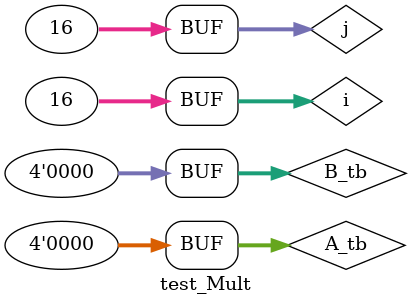
<source format=v>
`timescale 1ns / 1ps


module test_Mult;
    reg [3:0]A_tb;
    reg [3:0]B_tb;
    wire [7:0]R_tb;

Multiplier kitty_poop(
    .A(A_tb),
    .B(B_tb),
    .R(R_tb)
    );
    
integer i,j;

initial begin
A_tb = 0;
B_tb = 0;

    for(i=0;i<16;i=i+1)
    begin
        for(j=0;j<16;j=j+1)
            B_tb = B_tb + 1;
        A_tb = A_tb+1;
    end
    
end
endmodule

</source>
